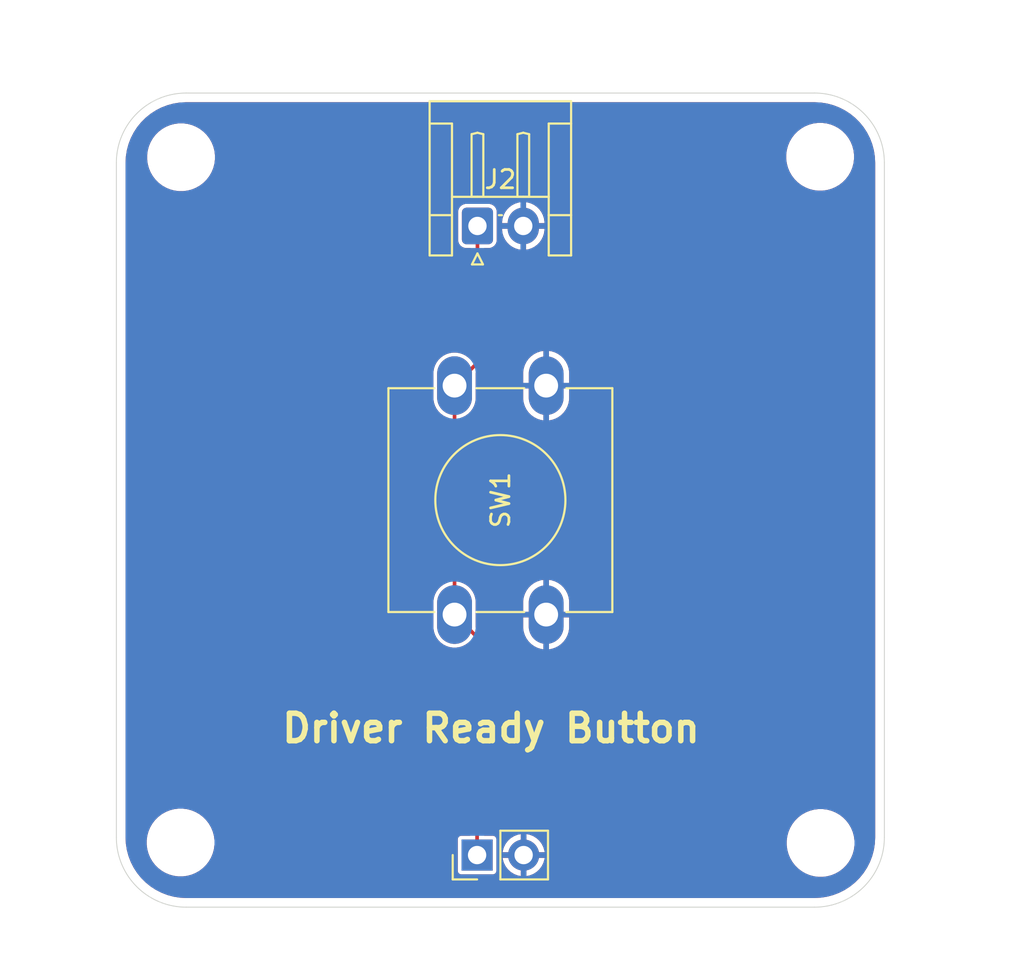
<source format=kicad_pcb>
(kicad_pcb (version 20240108) (generator "pcbnew") (generator_version "8.0")
  (layers (0 "F.Cu" signal) (31 "B.Cu" signal) (34 "B.Paste" user) (35 "F.Paste" user) (36 "B.SilkS" user "B.Silkscreen") (37 "F.SilkS" user "F.Silkscreen") (38 "B.Mask" user) (39 "F.Mask" user) (44 "Edge.Cuts" user))
  (net 0 "")
  (net 1 "GND")
  (net 2 "Net-(J1-Pin_1)")
  (footprint "MountingHole:MountingHole_3.2mm_M3" (layer "F.Cu") (at 133.0706 65.7352)
    (property "Reference" "H1" (hide yes))
    (property "Value" "MountingHole")
    (pad "" np_thru_hole circle (at 0 0) (size 3.2 3.2) (drill 3.2) (layers "*.Cu" "*.Mask"))
  )
  (footprint "Connector_JST:JST_EH_S2B-EH_1x02_P2.50mm_Horizontal" (layer "F.Cu") (at 149.245 69.4869)
    (property "Reference" "J2" (at 1.25 -2.54 0) (layer "F.SilkS"))
    (property "Value" "Conn_01x02_Socket")
    (fp_line (start -2.61 -6.81) (end 5.11 -6.81) (stroke (width 0.12)) (layer "F.SilkS"))
    (fp_line (start -2.61 -5.59) (end -1.39 -5.59) (stroke (width 0.12)) (layer "F.SilkS"))
    (fp_line (start -2.61 1.61) (end -2.61 -6.81) (stroke (width 0.12)) (layer "F.SilkS"))
    (fp_line (start -1.39 -5.59) (end -1.39 -0.59) (stroke (width 0.12)) (layer "F.SilkS"))
    (fp_line (start -1.39 -1.59) (end 3.89 -1.59) (stroke (width 0.12)) (layer "F.SilkS"))
    (fp_line (start -1.39 -0.59) (end -2.61 -0.59) (stroke (width 0.12)) (layer "F.SilkS"))
    (fp_line (start -1.39 -0.59) (end -1.39 1.61) (stroke (width 0.12)) (layer "F.SilkS"))
    (fp_line (start -1.39 1.61) (end -2.61 1.61) (stroke (width 0.12)) (layer "F.SilkS"))
    (fp_line (start -0.32 -5.01) (end 0 -5.09) (stroke (width 0.12)) (layer "F.SilkS"))
    (fp_line (start -0.32 -1.59) (end -0.32 -5.01) (stroke (width 0.12)) (layer "F.SilkS"))
    (fp_line (start -0.3 2.1) (end 0.3 2.1) (stroke (width 0.12)) (layer "F.SilkS"))
    (fp_line (start 0 -5.09) (end 0.32 -5.01) (stroke (width 0.12)) (layer "F.SilkS"))
    (fp_line (start 0 -1.59) (end -0.32 -1.59) (stroke (width 0.12)) (layer "F.SilkS"))
    (fp_line (start 0 1.5) (end -0.3 2.1) (stroke (width 0.12)) (layer "F.SilkS"))
    (fp_line (start 0.3 2.1) (end 0 1.5) (stroke (width 0.12)) (layer "F.SilkS"))
    (fp_line (start 0.32 -5.01) (end 0.32 -1.59) (stroke (width 0.12)) (layer "F.SilkS"))
    (fp_line (start 0.32 -1.59) (end 0 -1.59) (stroke (width 0.12)) (layer "F.SilkS"))
    (fp_line (start 1.17 -0.59) (end 1.33 -0.59) (stroke (width 0.12)) (layer "F.SilkS"))
    (fp_line (start 2.18 -5.01) (end 2.5 -5.09) (stroke (width 0.12)) (layer "F.SilkS"))
    (fp_line (start 2.18 -1.59) (end 2.18 -5.01) (stroke (width 0.12)) (layer "F.SilkS"))
    (fp_line (start 2.5 -5.09) (end 2.82 -5.01) (stroke (width 0.12)) (layer "F.SilkS"))
    (fp_line (start 2.5 -1.59) (end 2.18 -1.59) (stroke (width 0.12)) (layer "F.SilkS"))
    (fp_line (start 2.82 -5.01) (end 2.82 -1.59) (stroke (width 0.12)) (layer "F.SilkS"))
    (fp_line (start 2.82 -1.59) (end 2.5 -1.59) (stroke (width 0.12)) (layer "F.SilkS"))
    (fp_line (start 3.89 -5.59) (end 3.89 -0.59) (stroke (width 0.12)) (layer "F.SilkS"))
    (fp_line (start 3.89 -0.59) (end 5.11 -0.59) (stroke (width 0.12)) (layer "F.SilkS"))
    (fp_line (start 3.89 1.61) (end 3.89 -0.59) (stroke (width 0.12)) (layer "F.SilkS"))
    (fp_line (start 5.11 -6.81) (end 5.11 1.61) (stroke (width 0.12)) (layer "F.SilkS"))
    (fp_line (start 5.11 -5.59) (end 3.89 -5.59) (stroke (width 0.12)) (layer "F.SilkS"))
    (fp_line (start 5.11 1.61) (end 3.89 1.61) (stroke (width 0.12)) (layer "F.SilkS"))
    (pad "1" thru_hole roundrect (at 0 0) (size 1.7 2) (drill 1) (layers "*.Cu" "*.Mask") (roundrect_rratio 0.147059) (net 2 "Net-(J1-Pin_1)"))
    (pad "2" thru_hole oval (at 2.5 0) (size 1.7 2) (drill 1) (layers "*.Cu" "*.Mask") (net 1 "GND"))
  )
  (footprint "MountingHole:MountingHole_3.2mm_M3" (layer "F.Cu") (at 167.9448 65.7098)
    (property "Reference" "H2" (hide yes))
    (property "Value" "MountingHole")
    (pad "" np_thru_hole circle (at 0 0) (size 3.2 3.2) (drill 3.2) (layers "*.Cu" "*.Mask"))
  )
  (footprint "Connector_PinHeader_2.54mm:PinHeader_1x02_P2.54mm_Vertical" (layer "F.Cu") (at 149.225 103.8352 90)
    (property "Reference" "J1" (hide yes))
    (property "Value" "~")
    (fp_line (start -1.33 -1.33) (end 0 -1.33) (stroke (width 0.12)) (layer "F.SilkS"))
    (fp_line (start -1.33 0) (end -1.33 -1.33) (stroke (width 0.12)) (layer "F.SilkS"))
    (fp_line (start 1.33 1.27) (end 1.33 3.87) (stroke (width 0.12)) (layer "F.SilkS"))
    (fp_line (start -1.33 1.27) (end 1.33 1.27) (stroke (width 0.12)) (layer "F.SilkS"))
    (fp_line (start -1.33 1.27) (end -1.33 3.87) (stroke (width 0.12)) (layer "F.SilkS"))
    (fp_line (start -1.33 3.87) (end 1.33 3.87) (stroke (width 0.12)) (layer "F.SilkS"))
    (pad "1" thru_hole rect (at 0 0 90) (size 1.7 1.7) (drill 1) (layers "*.Cu" "*.Mask") (net 2 "Net-(J1-Pin_1)"))
    (pad "2" thru_hole oval (at 0 2.54 90) (size 1.7 1.7) (drill 1) (layers "*.Cu" "*.Mask") (net 1 "GND"))
  )
  (footprint "MountingHole:MountingHole_3.2mm_M3" (layer "F.Cu") (at 167.9702 103.1748)
    (property "Reference" "H4" (hide yes))
    (property "Value" "MountingHole")
    (pad "" np_thru_hole circle (at 0 0) (size 3.2 3.2) (drill 3.2) (layers "*.Cu" "*.Mask"))
  )
  (footprint "Button_Switch_THT:SW_PUSH-12mm" (layer "F.Cu") (at 152.995 78.205 -90)
    (property "Reference" "SW1" (at 6.2484 2.4892 90) (layer "F.SilkS"))
    (property "Value" "~")
    (fp_line (start 12.36 8.61) (end 0.14 8.61) (stroke (width 0.12)) (layer "F.SilkS"))
    (fp_line (start 0.14 6.1) (end 0.14 8.61) (stroke (width 0.12)) (layer "F.SilkS"))
    (fp_line (start 12.36 6.1) (end 12.36 8.61) (stroke (width 0.12)) (layer "F.SilkS"))
    (fp_line (start 0.14 1.2) (end 0.14 3.8) (stroke (width 0.12)) (layer "F.SilkS"))
    (fp_line (start 12.36 1.2) (end 12.36 3.8) (stroke (width 0.12)) (layer "F.SilkS"))
    (fp_line (start 0.14 -3.61) (end 0.14 -1.1) (stroke (width 0.12)) (layer "F.SilkS"))
    (fp_line (start 0.14 -3.61) (end 12.36 -3.61) (stroke (width 0.12)) (layer "F.SilkS"))
    (fp_line (start 12.36 -3.61) (end 12.36 -1.1) (stroke (width 0.12)) (layer "F.SilkS"))
    (fp_circle (center 6.25 2.5) (end 9.8 2.5) (stroke (width 0.12)) (fill none) (layer "F.SilkS"))
    (pad "1" thru_hole oval (at 0 0 270) (size 3.2 1.9) (drill 1.3) (layers "*.Cu" "*.Mask") (net 1 "GND"))
    (pad "1" thru_hole oval (at 12.5 0 270) (size 3.2 1.9) (drill 1.3) (layers "*.Cu" "*.Mask") (net 1 "GND"))
    (pad "2" thru_hole oval (at 0 5 270) (size 3.2 1.9) (drill 1.3) (layers "*.Cu" "*.Mask") (net 2 "Net-(J1-Pin_1)"))
    (pad "2" thru_hole oval (at 12.5 5 270) (size 3.2 1.9) (drill 1.3) (layers "*.Cu" "*.Mask") (net 2 "Net-(J1-Pin_1)"))
  )
  (footprint "MountingHole:MountingHole_3.2mm_M3" (layer "F.Cu") (at 133.0452 103.1494)
    (property "Reference" "H3" (hide yes))
    (property "Value" "MountingHole")
    (pad "" np_thru_hole circle (at 0 0) (size 3.2 3.2) (drill 3.2) (layers "*.Cu" "*.Mask"))
  )
  (gr_arc (start 133.35 106.68) (mid 130.655923 105.564077) (end 129.54 102.87) (stroke (width 0.05)) (layer "Edge.Cuts"))
  (gr_arc (start 167.64 62.23) (mid 170.334077 63.345923) (end 171.45 66.04) (stroke (width 0.05)) (layer "Edge.Cuts"))
  (gr_line (start 167.64 106.68) (end 133.35 106.68) (stroke (width 0.05)) (layer "Edge.Cuts"))
  (gr_line (start 133.35 62.23) (end 167.64 62.23) (stroke (width 0.05)) (layer "Edge.Cuts"))
  (gr_line (start 171.45 66.04) (end 171.45 102.87) (stroke (width 0.05)) (layer "Edge.Cuts"))
  (gr_line (start 129.54 102.87) (end 129.54 66.04) (stroke (width 0.05)) (layer "Edge.Cuts"))
  (gr_arc (start 129.54 66.04) (mid 130.655923 63.345923) (end 133.35 62.23) (stroke (width 0.05)) (layer "Edge.Cuts"))
  (gr_arc (start 171.45 102.87) (mid 170.334077 105.564077) (end 167.64 106.68) (stroke (width 0.05)) (layer "Edge.Cuts"))
  (gr_text "Driver Ready Button" (at 138.43 97.79 0) (layer "F.SilkS") (effects (font (size 1.5 1.5) (thickness 0.3) (bold yes)) (justify left bottom)))
  (segment (start 149.245 69.4869) (end 149.245 76.955) (width 0.2) (layer "F.Cu") (net 2))
  (segment (start 149.225 91.935) (end 147.995 90.705) (width 0.2) (layer "F.Cu") (net 2))
  (segment (start 149.225 103.8352) (end 149.225 91.935) (width 0.2) (layer "F.Cu") (net 2))
  (segment (start 147.995 78.205) (end 147.995 90.705) (width 0.2) (layer "F.Cu") (net 2))
  (segment (start 149.245 76.955) (end 147.995 78.205) (width 0.2) (layer "F.Cu") (net 2))
  (zone (net 1) (net_name "GND") (layers "F&B.Cu") (connect_pads (clearance 0.2032)) (min_thickness 0.2032) (fill yes (thermal_gap 0.3048) (thermal_bridge_width 0.3048))
    (polygon (pts (xy 123.19 57.15) (xy 179.07 57.15) (xy 179.07 110.49) (xy 123.19 110.49)))
  )
)
</source>
